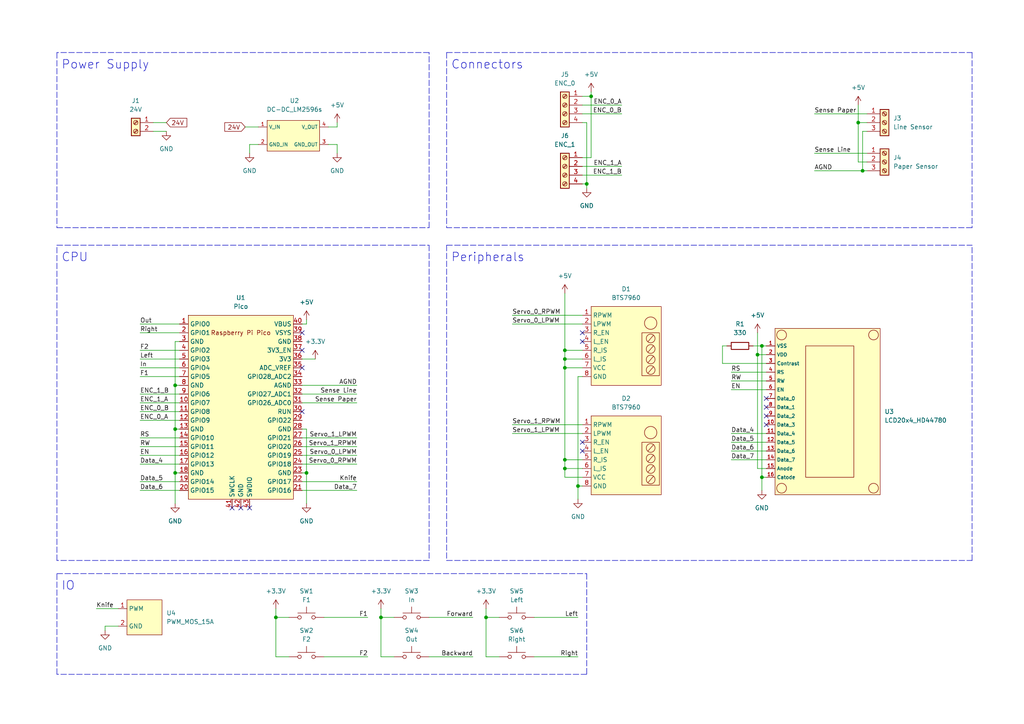
<source format=kicad_sch>
(kicad_sch (version 20211123) (generator eeschema)
  (paper "A4")
  (title_block (title "Sticker Cutter Mainboard") (date "2023-01-26") (rev "V1.0") (company "Ant Tech") (comment 1 "Prototype"))
  (lib_symbols
    (symbol "BTS7960_1"
      (property "Reference" "D" (at 0 12.7 0))
      (property "Value" "BTS7960_1" (at 0 14.605 0))
      (symbol "BTS7960_1_0_1"
        (rectangle (start -10.16 11.43) (end 10.16 -11.43) (fill (type background)))
        (polyline (pts (xy 6.35 -7.874) (xy 7.874 -6.096)))
        (polyline (pts (xy 6.35 -4.826) (xy 7.874 -3.048)))
        (polyline (pts (xy 6.35 -1.778) (xy 7.874 0)))
        (polyline (pts (xy 6.35 1.27) (xy 7.874 3.048)))
        (rectangle (start 4.572 3.81) (end 9.652 -8.636))
        (circle (center 7.112 -6.985) (radius 1.27))
        (circle (center 7.112 -3.937) (radius 1.27))
        (circle (center 7.112 -0.889) (radius 1.27))
        (circle (center 7.112 2.159) (radius 1.27))
        (circle (center 7.112 6.604) (radius 1.7961))
      )
      (symbol "BTS7960_1_1_1"
        (pin input line (at -12.7 8.89 0) (length 2.54) (name "RPWM") (number "1"))
        (pin input line (at -12.7 6.35 0) (length 2.54) (name "LPWM") (number "2"))
        (pin input line (at -12.7 3.81 0) (length 2.54) (name "R_EN") (number "3"))
        (pin input line (at -12.7 1.27 0) (length 2.54) (name "L_EN") (number "4"))
        (pin input line (at -12.7 -1.27 0) (length 2.54) (name "R_IS") (number "5"))
        (pin input line (at -12.7 -3.81 0) (length 2.54) (name "L_IS") (number "6"))
        (pin input line (at -12.7 -6.35 0) (length 2.54) (name "VCC") (number "7"))
        (pin input line (at -12.7 -8.89 0) (length 2.54) (name "GND") (number "8"))
      )
    )
    (symbol "Connector:Screw_Terminal_01x02" (pin_names (offset 1.016) hide)
      (property "Reference" "J" (at 0 2.54 0))
      (property "Value" "Screw_Terminal_01x02" (at 0 -5.08 0))
      (symbol "Screw_Terminal_01x02_1_1"
        (rectangle (start -1.27 1.27) (end 1.27 -3.81) (stroke (width 0.254)) (fill (type background)))
        (circle (center 0 -2.54) (radius 0.635) (stroke (width 0.1524)))
        (polyline (pts (xy -0.5334 -2.2098) (xy 0.3302 -3.048)) (stroke (width 0.1524)))
        (polyline (pts (xy -0.5334 0.3302) (xy 0.3302 -0.508)) (stroke (width 0.1524)))
        (polyline (pts (xy -0.3556 -2.032) (xy 0.508 -2.8702)) (stroke (width 0.1524)))
        (polyline (pts (xy -0.3556 0.508) (xy 0.508 -0.3302)) (stroke (width 0.1524)))
        (circle (center 0 0) (radius 0.635) (stroke (width 0.1524)))
        (pin passive line (at -5.08 0 0) (length 3.81) (name "Pin_1") (number "1"))
        (pin passive line (at -5.08 -2.54 0) (length 3.81) (name "Pin_2") (number "2"))
      )
    )
    (symbol "Connector:Screw_Terminal_01x03" (pin_names (offset 1.016) hide)
      (property "Reference" "J" (at 0 5.08 0))
      (property "Value" "Screw_Terminal_01x03" (at 0 -5.08 0))
      (symbol "Screw_Terminal_01x03_1_1"
        (rectangle (start -1.27 3.81) (end 1.27 -3.81) (stroke (width 0.254)) (fill (type background)))
        (circle (center 0 -2.54) (radius 0.635) (stroke (width 0.1524)))
        (polyline (pts (xy -0.5334 -2.2098) (xy 0.3302 -3.048)) (stroke (width 0.1524)))
        (polyline (pts (xy -0.5334 0.3302) (xy 0.3302 -0.508)) (stroke (width 0.1524)))
        (polyline (pts (xy -0.5334 2.8702) (xy 0.3302 2.032)) (stroke (width 0.1524)))
        (polyline (pts (xy -0.3556 -2.032) (xy 0.508 -2.8702)) (stroke (width 0.1524)))
        (polyline (pts (xy -0.3556 0.508) (xy 0.508 -0.3302)) (stroke (width 0.1524)))
        (polyline (pts (xy -0.3556 3.048) (xy 0.508 2.2098)) (stroke (width 0.1524)))
        (circle (center 0 0) (radius 0.635) (stroke (width 0.1524)))
        (circle (center 0 2.54) (radius 0.635) (stroke (width 0.1524)))
        (pin passive line (at -5.08 2.54 0) (length 3.81) (name "Pin_1") (number "1"))
        (pin passive line (at -5.08 0 0) (length 3.81) (name "Pin_2") (number "2"))
        (pin passive line (at -5.08 -2.54 0) (length 3.81) (name "Pin_3") (number "3"))
      )
    )
    (symbol "Connector:Screw_Terminal_01x04" (pin_names (offset 1.016) hide)
      (property "Reference" "J" (at 0 5.08 0))
      (property "Value" "Screw_Terminal_01x04" (at 0 -7.62 0))
      (symbol "Screw_Terminal_01x04_1_1"
        (rectangle (start -1.27 3.81) (end 1.27 -6.35) (stroke (width 0.254)) (fill (type background)))
        (circle (center 0 -5.08) (radius 0.635) (stroke (width 0.1524)))
        (circle (center 0 -2.54) (radius 0.635) (stroke (width 0.1524)))
        (polyline (pts (xy -0.5334 -4.7498) (xy 0.3302 -5.588)) (stroke (width 0.1524)))
        (polyline (pts (xy -0.5334 -2.2098) (xy 0.3302 -3.048)) (stroke (width 0.1524)))
        (polyline (pts (xy -0.5334 0.3302) (xy 0.3302 -0.508)) (stroke (width 0.1524)))
        (polyline (pts (xy -0.5334 2.8702) (xy 0.3302 2.032)) (stroke (width 0.1524)))
        (polyline (pts (xy -0.3556 -4.572) (xy 0.508 -5.4102)) (stroke (width 0.1524)))
        (polyline (pts (xy -0.3556 -2.032) (xy 0.508 -2.8702)) (stroke (width 0.1524)))
        (polyline (pts (xy -0.3556 0.508) (xy 0.508 -0.3302)) (stroke (width 0.1524)))
        (polyline (pts (xy -0.3556 3.048) (xy 0.508 2.2098)) (stroke (width 0.1524)))
        (circle (center 0 0) (radius 0.635) (stroke (width 0.1524)))
        (circle (center 0 2.54) (radius 0.635) (stroke (width 0.1524)))
        (pin passive line (at -5.08 2.54 0) (length 3.81) (name "Pin_1") (number "1"))
        (pin passive line (at -5.08 0 0) (length 3.81) (name "Pin_2") (number "2"))
        (pin passive line (at -5.08 -2.54 0) (length 3.81) (name "Pin_3") (number "3"))
        (pin passive line (at -5.08 -5.08 0) (length 3.81) (name "Pin_4") (number "4"))
      )
    )
    (symbol "DC-DC:DC-DC_LM2596s"
      (property "Reference" "U" (at 0 7.62 0))
      (property "Value" "DC-DC_LM2596s" (at 0 5.715 0))
      (symbol "DC-DC_LM2596s_0_0"
        (pin bidirectional line (at -10.16 2.54 0) (length 2.54) (name "V_IN") (number "1"))
        (pin bidirectional line (at -10.16 -2.54 0) (length 2.54) (name "GND_IN") (number "2"))
        (pin bidirectional line (at 10.16 -2.54 180) (length 2.54) (name "GND_OUT") (number "3"))
        (pin bidirectional line (at 10.16 2.54 180) (length 2.54) (name "V_OUT") (number "4"))
      )
      (symbol "DC-DC_LM2596s_0_1"
        (rectangle (start -7.62 4.445) (end 7.62 -4.445) (fill (type background)))
      )
    )
    (symbol "Device:R" (pin_numbers hide) (pin_names (offset 0))
      (property "Reference" "R" (at 2.032 0 90))
      (property "Value" "R" (at 0 0 90))
      (symbol "R_0_1"
        (rectangle (start -1.016 -2.54) (end 1.016 2.54) (stroke (width 0.254)))
      )
      (symbol "R_1_1"
        (pin passive line (at 0 3.81 270) (length 1.27) (name "~") (number "1"))
        (pin passive line (at 0 -3.81 90) (length 1.27) (name "~") (number "2"))
      )
    )
    (symbol "HD44780:LCD20x4_HD44780"
      (property "Reference" "U" (at 0 27.94 0))
      (property "Value" "LCD20x4_HD44780" (at 0 25.4 0))
      (symbol "LCD20x4_HD44780_0_0"
        (pin bidirectional line (at -17.78 19.05 0) (length 2.54) (name "VSS") (number "1"))
        (pin bidirectional line (at -17.78 -3.81 0) (length 2.54) (name "Data_3") (number "10"))
        (pin bidirectional line (at -17.78 -6.35 0) (length 2.54) (name "Data_4") (number "11"))
        (pin bidirectional line (at -17.78 -8.89 0) (length 2.54) (name "Data_5") (number "12"))
        (pin bidirectional line (at -17.78 -11.43 0) (length 2.54) (name "Data_6") (number "13"))
        (pin bidirectional line (at -17.78 -13.97 0) (length 2.54) (name "Data_7") (number "14"))
        (pin bidirectional line (at -17.78 -16.51 0) (length 2.54) (name "Anode") (number "15"))
        (pin bidirectional line (at -17.78 -19.05 0) (length 2.54) (name "Catode") (number "16"))
        (pin bidirectional line (at -17.78 16.51 0) (length 2.54) (name "VDD") (number "2"))
        (pin bidirectional line (at -17.78 13.97 0) (length 2.54) (name "Contrast") (number "3"))
        (pin bidirectional line (at -17.78 11.43 0) (length 2.54) (name "RS") (number "4"))
        (pin bidirectional line (at -17.78 8.89 0) (length 2.54) (name "RW") (number "5"))
        (pin bidirectional line (at -17.78 6.35 0) (length 2.54) (name "EN") (number "6"))
        (pin bidirectional line (at -17.78 3.81 0) (length 2.54) (name "Data_0") (number "7"))
        (pin bidirectional line (at -17.78 1.27 0) (length 2.54) (name "Data_1") (number "8"))
        (pin bidirectional line (at -17.78 -1.27 0) (length 2.54) (name "Data_2") (number "9"))
      )
      (symbol "LCD20x4_HD44780_0_1"
        (rectangle (start -15.24 24.13) (end 15.24 -24.13) (fill (type background)))
        (circle (center -13.335 -22.225) (radius 1.4199))
        (circle (center -13.335 22.225) (radius 1.4199))
        (rectangle (start -6.35 19.05) (end 7.62 -19.05))
        (circle (center 13.335 -22.225) (radius 1.4199))
        (circle (center 13.335 22.225) (radius 1.4199))
      )
    )
    (symbol "Handson Tech:BTS7960"
      (property "Reference" "D" (at 0 12.7 0))
      (property "Value" "BTS7960" (at 0 14.605 0))
      (symbol "BTS7960_0_1"
        (rectangle (start -10.16 11.43) (end 10.16 -11.43) (fill (type background)))
        (polyline (pts (xy 6.35 -7.874) (xy 7.874 -6.096)))
        (polyline (pts (xy 6.35 -4.826) (xy 7.874 -3.048)))
        (polyline (pts (xy 6.35 -1.778) (xy 7.874 0)))
        (polyline (pts (xy 6.35 1.27) (xy 7.874 3.048)))
        (rectangle (start 4.572 3.81) (end 9.652 -8.636))
        (circle (center 7.112 -6.985) (radius 1.27))
        (circle (center 7.112 -3.937) (radius 1.27))
        (circle (center 7.112 -0.889) (radius 1.27))
        (circle (center 7.112 2.159) (radius 1.27))
        (circle (center 7.112 6.604) (radius 1.7961))
      )
      (symbol "BTS7960_1_1"
        (pin input line (at -12.7 8.89 0) (length 2.54) (name "RPWM") (number "1"))
        (pin input line (at -12.7 6.35 0) (length 2.54) (name "LPWM") (number "2"))
        (pin input line (at -12.7 3.81 0) (length 2.54) (name "R_EN") (number "3"))
        (pin input line (at -12.7 1.27 0) (length 2.54) (name "L_EN") (number "4"))
        (pin input line (at -12.7 -1.27 0) (length 2.54) (name "R_IS") (number "5"))
        (pin input line (at -12.7 -3.81 0) (length 2.54) (name "L_IS") (number "6"))
        (pin input line (at -12.7 -6.35 0) (length 2.54) (name "VCC") (number "7"))
        (pin input line (at -12.7 -8.89 0) (length 2.54) (name "GND") (number "8"))
      )
    )
    (symbol "MCU_RaspberryPi_and_Boards:Pico"
      (property "Reference" "U" (at -13.97 27.94 0))
      (property "Value" "Pico" (at 0 19.05 0))
      (symbol "Pico_0_0"
        (text "Raspberry Pi Pico" (at 0 21.59 0) (effects (font (size 1.27 1.27))))
      )
      (symbol "Pico_0_1"
        (rectangle (start -15.24 26.67) (end 15.24 -26.67) (fill (type background)))
      )
      (symbol "Pico_1_1"
        (pin bidirectional line (at -17.78 24.13 0) (length 2.54) (name "GPIO0") (number "1"))
        (pin bidirectional line (at -17.78 1.27 0) (length 2.54) (name "GPIO7") (number "10"))
        (pin bidirectional line (at -17.78 -1.27 0) (length 2.54) (name "GPIO8") (number "11"))
        (pin bidirectional line (at -17.78 -3.81 0) (length 2.54) (name "GPIO9") (number "12"))
        (pin power_in line (at -17.78 -6.35 0) (length 2.54) (name "GND") (number "13"))
        (pin bidirectional line (at -17.78 -8.89 0) (length 2.54) (name "GPIO10") (number "14"))
        (pin bidirectional line (at -17.78 -11.43 0) (length 2.54) (name "GPIO11") (number "15"))
        (pin bidirectional line (at -17.78 -13.97 0) (length 2.54) (name "GPIO12") (number "16"))
        (pin bidirectional line (at -17.78 -16.51 0) (length 2.54) (name "GPIO13") (number "17"))
        (pin power_in line (at -17.78 -19.05 0) (length 2.54) (name "GND") (number "18"))
        (pin bidirectional line (at -17.78 -21.59 0) (length 2.54) (name "GPIO14") (number "19"))
        (pin bidirectional line (at -17.78 21.59 0) (length 2.54) (name "GPIO1") (number "2"))
        (pin bidirectional line (at -17.78 -24.13 0) (length 2.54) (name "GPIO15") (number "20"))
        (pin bidirectional line (at 17.78 -24.13 180) (length 2.54) (name "GPIO16") (number "21"))
        (pin bidirectional line (at 17.78 -21.59 180) (length 2.54) (name "GPIO17") (number "22"))
        (pin power_in line (at 17.78 -19.05 180) (length 2.54) (name "GND") (number "23"))
        (pin bidirectional line (at 17.78 -16.51 180) (length 2.54) (name "GPIO18") (number "24"))
        (pin bidirectional line (at 17.78 -13.97 180) (length 2.54) (name "GPIO19") (number "25"))
        (pin bidirectional line (at 17.78 -11.43 180) (length 2.54) (name "GPIO20") (number "26"))
        (pin bidirectional line (at 17.78 -8.89 180) (length 2.54) (name "GPIO21") (number "27"))
        (pin power_in line (at 17.78 -6.35 180) (length 2.54) (name "GND") (number "28"))
        (pin bidirectional line (at 17.78 -3.81 180) (length 2.54) (name "GPIO22") (number "29"))
        (pin power_in line (at -17.78 19.05 0) (length 2.54) (name "GND") (number "3"))
        (pin input line (at 17.78 -1.27 180) (length 2.54) (name "RUN") (number "30"))
        (pin bidirectional line (at 17.78 1.27 180) (length 2.54) (name "GPIO26_ADC0") (number "31"))
        (pin bidirectional line (at 17.78 3.81 180) (length 2.54) (name "GPIO27_ADC1") (number "32"))
        (pin power_in line (at 17.78 6.35 180) (length 2.54) (name "AGND") (number "33"))
        (pin bidirectional line (at 17.78 8.89 180) (length 2.54) (name "GPIO28_ADC2") (number "34"))
        (pin power_in line (at 17.78 11.43 180) (length 2.54) (name "ADC_VREF") (number "35"))
        (pin power_in line (at 17.78 13.97 180) (length 2.54) (name "3V3") (number "36"))
        (pin input line (at 17.78 16.51 180) (length 2.54) (name "3V3_EN") (number "37"))
        (pin bidirectional line (at 17.78 19.05 180) (length 2.54) (name "GND") (number "38"))
        (pin power_in line (at 17.78 21.59 180) (length 2.54) (name "VSYS") (number "39"))
        (pin bidirectional line (at -17.78 16.51 0) (length 2.54) (name "GPIO2") (number "4"))
        (pin power_in line (at 17.78 24.13 180) (length 2.54) (name "VBUS") (number "40"))
        (pin input line (at -2.54 -29.21 90) (length 2.54) (name "SWCLK") (number "41"))
        (pin power_in line (at 0 -29.21 90) (length 2.54) (name "GND") (number "42"))
        (pin bidirectional line (at 2.54 -29.21 90) (length 2.54) (name "SWDIO") (number "43"))
        (pin bidirectional line (at -17.78 13.97 0) (length 2.54) (name "GPIO3") (number "5"))
        (pin bidirectional line (at -17.78 11.43 0) (length 2.54) (name "GPIO4") (number "6"))
        (pin bidirectional line (at -17.78 8.89 0) (length 2.54) (name "GPIO5") (number "7"))
        (pin power_in line (at -17.78 6.35 0) (length 2.54) (name "GND") (number "8"))
        (pin bidirectional line (at -17.78 3.81 0) (length 2.54) (name "GPIO6") (number "9"))
      )
    )
    (symbol "Switch:SW_Push" (pin_numbers hide) (pin_names (offset 1.016) hide)
      (property "Reference" "SW" (at 1.27 2.54 0))
      (property "Value" "SW_Push" (at 0 -1.524 0))
      (symbol "SW_Push_0_1"
        (circle (center -2.032 0) (radius 0.508))
        (polyline (pts (xy 0 1.27) (xy 0 3.048)))
        (polyline (pts (xy 2.54 1.27) (xy -2.54 1.27)))
        (circle (center 2.032 0) (radius 0.508))
        (pin passive line (at -5.08 0 0) (length 2.54) (name "1") (number "1"))
        (pin passive line (at 5.08 0 180) (length 2.54) (name "2") (number "2"))
      )
    )
    (symbol "mos_switch:PWM_MOS_15A"
      (property "Reference" "U" (at 0 8.89 0))
      (property "Value" "PWM_MOS_15A" (at 0 6.35 0))
      (symbol "PWM_MOS_15A_0_1"
        (rectangle (start -5.08 5.08) (end 5.08 -5.08) (fill (type background)))
      )
      (symbol "PWM_MOS_15A_1_1"
        (pin input line (at -7.62 2.54 0) (length 2.54) (name "PWM") (number "1"))
        (pin input line (at -7.62 -2.54 0) (length 2.54) (name "GND") (number "2"))
      )
    )
    (symbol "power:+3.3V" (power) (pin_names (offset 0))
      (property "Value" "+3.3V" (at 0 3.556 0))
      (symbol "+3.3V_0_1"
        (polyline (pts (xy -0.762 1.27) (xy 0 2.54)))
        (polyline (pts (xy 0 0) (xy 0 2.54)))
        (polyline (pts (xy 0 2.54) (xy 0.762 1.27)))
      )
      (symbol "+3.3V_1_1"
        (pin power_in line (at 0 0 90) (length 0) hide (name "+3.3V") (number "1"))
      )
    )
    (symbol "power:+5V" (power) (pin_names (offset 0))
      (property "Value" "+5V" (at 0 3.556 0))
      (symbol "+5V_0_1"
        (polyline (pts (xy -0.762 1.27) (xy 0 2.54)))
        (polyline (pts (xy 0 0) (xy 0 2.54)))
        (polyline (pts (xy 0 2.54) (xy 0.762 1.27)))
      )
      (symbol "+5V_1_1"
        (pin power_in line (at 0 0 90) (length 0) hide (name "+5V") (number "1"))
      )
    )
    (symbol "power:GND" (power) (pin_names (offset 0))
      (property "Value" "GND" (at 0 -3.81 0))
      (symbol "GND_0_1"
        (polyline (pts (xy 0 0) (xy 0 -1.27) (xy 1.27 -1.27) (xy 0 -2.54) (xy -1.27 -1.27) (xy 0 -1.27)))
      )
      (symbol "GND_1_1"
        (pin power_in line (at 0 0 270) (length 0) hide (name "GND") (number "1"))
      )
    )
  )
  (junction (at 163.83 135.89))
  (junction (at 163.83 106.68))
  (junction (at 248.92 35.56))
  (junction (at 80.01 179.07))
  (junction (at 167.64 140.97))
  (junction (at 163.83 101.6))
  (junction (at 220.98 138.43))
  (junction (at 220.98 100.33))
  (junction (at 219.71 102.87))
  (junction (at 170.18 53.34))
  (junction (at 163.83 104.14))
  (junction (at 88.9 137.16))
  (junction (at 163.83 133.35))
  (junction (at 110.49 179.07))
  (junction (at 50.8 137.16))
  (junction (at 50.8 124.46))
  (junction (at 50.8 111.76))
  (junction (at 140.97 179.07))
  (junction (at 171.45 27.94))
  (junction (at 250.19 49.53))
  (no_connect (at 87.63 96.52))
  (no_connect (at 72.39 147.32))
  (no_connect (at 67.31 147.32))
  (no_connect (at 168.91 96.52))
  (no_connect (at 168.91 130.81))
  (no_connect (at 87.63 101.6))
  (no_connect (at 87.63 106.68))
  (no_connect (at 222.25 115.57))
  (no_connect (at 168.91 128.27))
  (no_connect (at 168.91 99.06))
  (no_connect (at 87.63 119.38))
  (no_connect (at 222.25 118.11))
  (no_connect (at 222.25 120.65))
  (no_connect (at 69.85 147.32))
  (no_connect (at 222.25 123.19))
  (wire (pts (xy 30.48 181.61) (xy 34.29 181.61)))
  (wire (pts (xy 163.83 133.35) (xy 163.83 135.89)))
  (wire (pts (xy 40.64 106.68) (xy 52.07 106.68)))
  (wire (pts (xy 140.97 190.5) (xy 144.78 190.5)))
  (wire (pts (xy 168.91 33.02) (xy 180.34 33.02)))
  (wire (pts (xy 40.64 93.98) (xy 52.07 93.98)))
  (polyline (pts (xy 16.51 66.04) (xy 124.46 66.04)))
  (wire (pts (xy 40.64 119.38) (xy 52.07 119.38)))
  (wire (pts (xy 212.09 110.49) (xy 222.25 110.49)))
  (wire (pts (xy 87.63 134.62) (xy 103.505 134.62)))
  (wire (pts (xy 88.9 93.98) (xy 88.9 92.71)))
  (wire (pts (xy 44.45 38.1) (xy 48.26 38.1)))
  (wire (pts (xy 236.22 44.45) (xy 251.46 44.45)))
  (wire (pts (xy 40.64 132.08) (xy 52.07 132.08)))
  (wire (pts (xy 171.45 26.67) (xy 171.45 27.94)))
  (wire (pts (xy 170.18 53.34) (xy 170.18 54.61)))
  (wire (pts (xy 167.64 109.22) (xy 167.64 140.97)))
  (wire (pts (xy 168.91 27.94) (xy 171.45 27.94)))
  (wire (pts (xy 110.49 179.07) (xy 110.49 190.5)))
  (wire (pts (xy 220.98 142.24) (xy 220.98 138.43)))
  (wire (pts (xy 97.79 35.56) (xy 97.79 36.83)))
  (wire (pts (xy 220.98 138.43) (xy 220.98 100.33)))
  (wire (pts (xy 212.09 125.73) (xy 222.25 125.73)))
  (wire (pts (xy 250.19 49.53) (xy 251.46 49.53)))
  (wire (pts (xy 50.8 137.16) (xy 52.07 137.16)))
  (wire (pts (xy 80.01 179.07) (xy 80.01 190.5)))
  (polyline (pts (xy 16.51 195.58) (xy 16.51 166.37)))
  (wire (pts (xy 40.64 134.62) (xy 52.07 134.62)))
  (wire (pts (xy 168.91 50.8) (xy 180.34 50.8)))
  (wire (pts (xy 148.59 123.19) (xy 168.91 123.19)))
  (wire (pts (xy 71.12 36.83) (xy 74.93 36.83)))
  (polyline (pts (xy 124.46 71.12) (xy 124.46 162.56)))
  (polyline (pts (xy 129.54 162.56) (xy 281.94 162.56)))
  (wire (pts (xy 148.59 91.44) (xy 168.91 91.44)))
  (polyline (pts (xy 129.54 15.24) (xy 129.54 66.04)))
  (wire (pts (xy 154.94 190.5) (xy 167.64 190.5)))
  (wire (pts (xy 50.8 137.16) (xy 50.8 146.05)))
  (wire (pts (xy 170.18 53.34) (xy 170.18 35.56)))
  (wire (pts (xy 87.63 137.16) (xy 88.9 137.16)))
  (wire (pts (xy 88.9 124.46) (xy 87.63 124.46)))
  (wire (pts (xy 50.8 124.46) (xy 50.8 137.16)))
  (wire (pts (xy 236.22 33.02) (xy 251.46 33.02)))
  (wire (pts (xy 110.49 176.53) (xy 110.49 179.07)))
  (wire (pts (xy 27.94 176.53) (xy 34.29 176.53)))
  (polyline (pts (xy 170.18 166.37) (xy 170.18 195.58)))
  (wire (pts (xy 168.91 30.48) (xy 180.34 30.48)))
  (wire (pts (xy 167.64 140.97) (xy 167.64 144.78)))
  (wire (pts (xy 250.19 38.1) (xy 251.46 38.1)))
  (wire (pts (xy 40.64 109.22) (xy 52.07 109.22)))
  (wire (pts (xy 219.71 135.89) (xy 222.25 135.89)))
  (polyline (pts (xy 129.54 15.24) (xy 281.94 15.24)))
  (wire (pts (xy 218.44 100.33) (xy 220.98 100.33)))
  (wire (pts (xy 124.46 190.5) (xy 137.16 190.5)))
  (wire (pts (xy 168.91 53.34) (xy 170.18 53.34)))
  (wire (pts (xy 220.98 100.33) (xy 222.25 100.33)))
  (wire (pts (xy 209.55 100.33) (xy 209.55 105.41)))
  (wire (pts (xy 124.46 179.07) (xy 137.16 179.07)))
  (wire (pts (xy 167.64 140.97) (xy 168.91 140.97)))
  (wire (pts (xy 87.63 93.98) (xy 88.9 93.98)))
  (wire (pts (xy 163.83 106.68) (xy 163.83 104.14)))
  (wire (pts (xy 88.9 137.16) (xy 88.9 124.46)))
  (polyline (pts (xy 16.51 162.56) (xy 16.51 71.12)))
  (wire (pts (xy 87.63 132.08) (xy 103.505 132.08)))
  (wire (pts (xy 248.92 46.99) (xy 248.92 35.56)))
  (wire (pts (xy 163.83 106.68) (xy 163.83 133.35)))
  (wire (pts (xy 40.64 116.84) (xy 52.07 116.84)))
  (wire (pts (xy 209.55 105.41) (xy 222.25 105.41)))
  (wire (pts (xy 163.83 133.35) (xy 168.91 133.35)))
  (wire (pts (xy 251.46 35.56) (xy 248.92 35.56)))
  (wire (pts (xy 87.63 114.3) (xy 103.505 114.3)))
  (wire (pts (xy 210.82 100.33) (xy 209.55 100.33)))
  (wire (pts (xy 168.91 48.26) (xy 180.34 48.26)))
  (polyline (pts (xy 124.46 162.56) (xy 16.51 162.56)))
  (polyline (pts (xy 16.51 15.24) (xy 16.51 66.04)))
  (wire (pts (xy 170.18 35.56) (xy 168.91 35.56)))
  (wire (pts (xy 87.63 129.54) (xy 103.505 129.54)))
  (wire (pts (xy 50.8 99.06) (xy 52.07 99.06)))
  (wire (pts (xy 168.91 106.68) (xy 163.83 106.68)))
  (wire (pts (xy 110.49 190.5) (xy 114.3 190.5)))
  (wire (pts (xy 40.64 114.3) (xy 52.07 114.3)))
  (wire (pts (xy 140.97 176.53) (xy 140.97 179.07)))
  (wire (pts (xy 93.98 190.5) (xy 106.68 190.5)))
  (wire (pts (xy 50.8 111.76) (xy 50.8 124.46)))
  (polyline (pts (xy 281.94 15.24) (xy 281.94 66.04)))
  (wire (pts (xy 168.91 45.72) (xy 171.45 45.72)))
  (wire (pts (xy 148.59 125.73) (xy 168.91 125.73)))
  (wire (pts (xy 168.91 109.22) (xy 167.64 109.22)))
  (wire (pts (xy 251.46 46.99) (xy 248.92 46.99)))
  (wire (pts (xy 212.09 130.81) (xy 222.25 130.81)))
  (wire (pts (xy 212.09 133.35) (xy 222.25 133.35)))
  (wire (pts (xy 87.63 104.14) (xy 91.44 104.14)))
  (wire (pts (xy 50.8 111.76) (xy 52.07 111.76)))
  (wire (pts (xy 87.63 116.84) (xy 103.505 116.84)))
  (wire (pts (xy 171.45 45.72) (xy 171.45 27.94)))
  (polyline (pts (xy 16.51 166.37) (xy 170.18 166.37)))
  (wire (pts (xy 219.71 102.87) (xy 219.71 135.89)))
  (wire (pts (xy 236.22 49.53) (xy 250.19 49.53)))
  (wire (pts (xy 40.64 139.7) (xy 52.07 139.7)))
  (wire (pts (xy 93.98 179.07) (xy 106.68 179.07)))
  (polyline (pts (xy 124.46 66.04) (xy 124.46 15.24)))
  (polyline (pts (xy 129.54 71.12) (xy 129.54 162.56)))
  (wire (pts (xy 212.09 128.27) (xy 222.25 128.27)))
  (wire (pts (xy 140.97 179.07) (xy 144.78 179.07)))
  (wire (pts (xy 40.64 104.14) (xy 52.07 104.14)))
  (wire (pts (xy 87.63 111.76) (xy 103.505 111.76)))
  (wire (pts (xy 50.8 124.46) (xy 52.07 124.46)))
  (wire (pts (xy 87.63 127) (xy 103.505 127)))
  (wire (pts (xy 72.39 41.91) (xy 74.93 41.91)))
  (wire (pts (xy 163.83 135.89) (xy 163.83 138.43)))
  (polyline (pts (xy 170.18 195.58) (xy 16.51 195.58)))
  (wire (pts (xy 97.79 41.91) (xy 97.79 44.45)))
  (wire (pts (xy 87.63 139.7) (xy 103.505 139.7)))
  (wire (pts (xy 163.83 104.14) (xy 163.83 101.6)))
  (wire (pts (xy 87.63 142.24) (xy 103.505 142.24)))
  (wire (pts (xy 72.39 44.45) (xy 72.39 41.91)))
  (wire (pts (xy 80.01 176.53) (xy 80.01 179.07)))
  (wire (pts (xy 250.19 38.1) (xy 250.19 49.53)))
  (wire (pts (xy 40.64 129.54) (xy 52.07 129.54)))
  (wire (pts (xy 148.59 93.98) (xy 168.91 93.98)))
  (wire (pts (xy 248.92 35.56) (xy 248.92 30.48)))
  (wire (pts (xy 80.01 190.5) (xy 83.82 190.5)))
  (polyline (pts (xy 124.46 15.24) (xy 16.51 15.24)))
  (polyline (pts (xy 281.94 162.56) (xy 281.94 71.12)))
  (wire (pts (xy 163.83 135.89) (xy 168.91 135.89)))
  (wire (pts (xy 163.83 101.6) (xy 168.91 101.6)))
  (wire (pts (xy 220.98 138.43) (xy 222.25 138.43)))
  (wire (pts (xy 163.83 104.14) (xy 168.91 104.14)))
  (wire (pts (xy 40.64 121.92) (xy 52.07 121.92)))
  (wire (pts (xy 40.64 142.24) (xy 52.07 142.24)))
  (wire (pts (xy 163.83 138.43) (xy 168.91 138.43)))
  (polyline (pts (xy 16.51 71.12) (xy 124.46 71.12)))
  (wire (pts (xy 80.01 179.07) (xy 83.82 179.07)))
  (wire (pts (xy 88.9 146.05) (xy 88.9 137.16)))
  (wire (pts (xy 44.45 35.56) (xy 48.26 35.56)))
  (wire (pts (xy 212.09 113.03) (xy 222.25 113.03)))
  (wire (pts (xy 140.97 179.07) (xy 140.97 190.5)))
  (wire (pts (xy 40.64 96.52) (xy 52.07 96.52)))
  (wire (pts (xy 212.09 107.95) (xy 222.25 107.95)))
  (wire (pts (xy 40.64 127) (xy 52.07 127)))
  (polyline (pts (xy 281.94 66.04) (xy 129.54 66.04)))
  (wire (pts (xy 40.64 101.6) (xy 52.07 101.6)))
  (wire (pts (xy 95.25 41.91) (xy 97.79 41.91)))
  (wire (pts (xy 95.25 36.83) (xy 97.79 36.83)))
  (polyline (pts (xy 129.54 71.12) (xy 281.94 71.12)))
  (wire (pts (xy 154.94 179.07) (xy 167.64 179.07)))
  (wire (pts (xy 219.71 102.87) (xy 219.71 96.52)))
  (wire (pts (xy 163.83 101.6) (xy 163.83 85.09)))
  (wire (pts (xy 50.8 99.06) (xy 50.8 111.76)))
  (wire (pts (xy 110.49 179.07) (xy 114.3 179.07)))
  (wire (pts (xy 30.48 182.88) (xy 30.48 181.61)))
  (wire (pts (xy 222.25 102.87) (xy 219.71 102.87)))
  (text "Power Supply" (at 17.78 20.32 0) (effects (font (size 2.5 2.5)) (justify left bottom)))
  (text "Peripherals" (at 130.81 76.2 0) (effects (font (size 2.5 2.5)) (justify left bottom)))
  (text "Connectors" (at 130.81 20.32 0) (effects (font (size 2.5 2.5)) (justify left bottom)))
  (text "IO" (at 17.78 171.45 0) (effects (font (size 2.5 2.5)) (justify left bottom)))
  (text "CPU" (at 17.78 76.2 0) (effects (font (size 2.5 2.5)) (justify left bottom)))
  (label "AGND" (at 236.22 49.53 0))
  (label "ENC_0_B" (at 180.34 33.02 180))
  (label "EN" (at 212.09 113.03 0))
  (label "Data_4" (at 212.09 125.73 0))
  (label "Forward" (at 137.16 179.07 180))
  (label "RS" (at 212.09 107.95 0))
  (label "Servo_1_RPWM" (at 148.59 123.19 0))
  (label "Left" (at 167.64 179.07 180))
  (label "ENC_1_B" (at 180.34 50.8 180))
  (label "Data_6" (at 40.64 142.24 0))
  (label "ENC_0_B" (at 40.64 119.38 0))
  (label "RW" (at 40.64 129.54 0))
  (label "EN" (at 40.64 132.08 0))
  (label "Sense Line" (at 103.505 114.3 180))
  (label "Servo_1_LPWM" (at 103.505 127 180))
  (label "RS" (at 40.64 127 0))
  (label "F1" (at 40.64 109.22 0))
  (label "ENC_0_A" (at 40.64 121.92 0))
  (label "Servo_0_RPWM" (at 148.59 91.44 0))
  (label "Data_7" (at 212.09 133.35 0))
  (label "Sense Paper" (at 236.22 33.02 0))
  (label "In" (at 40.64 106.68 0))
  (label "Sense Paper" (at 103.505 116.84 180))
  (label "ENC_0_A" (at 180.34 30.48 180))
  (label "Knife" (at 27.94 176.53 0))
  (label "Right" (at 167.64 190.5 180))
  (label "RW" (at 212.09 110.49 0))
  (label "Servo_0_LPWM" (at 148.59 93.98 0))
  (label "Sense Line" (at 236.22 44.45 0))
  (label "Data_5" (at 212.09 128.27 0))
  (label "Knife" (at 103.505 139.7 180))
  (label "ENC_1_A" (at 40.64 116.84 0))
  (label "Servo_1_RPWM" (at 103.505 129.54 180))
  (label "AGND" (at 103.505 111.76 180))
  (label "F2" (at 106.68 190.5 180))
  (label "ENC_1_A" (at 180.34 48.26 180))
  (label "Backward" (at 137.16 190.5 180))
  (label "Left" (at 40.64 104.14 0))
  (label "F2" (at 40.64 101.6 0))
  (label "Data_6" (at 212.09 130.81 0))
  (label "ENC_1_B" (at 40.64 114.3 0))
  (label "F1" (at 106.68 179.07 180))
  (label "Right" (at 40.64 96.52 0))
  (label "Data_5" (at 40.64 139.7 0))
  (label "Servo_0_LPWM" (at 103.505 132.08 180))
  (label "Data_7" (at 103.505 142.24 180))
  (label "Data_4" (at 40.64 134.62 0))
  (label "Servo_0_RPWM" (at 103.505 134.62 180))
  (label "Servo_1_LPWM" (at 148.59 125.73 0))
  (label "Out" (at 40.64 93.98 0))
  (global_label "24V" (shape input) (at 71.12 36.83 180) (property "Intersheet References" "${INTERSHEET_REFS}" (effects hide)))
  (global_label "24V" (shape input) (at 48.26 35.56 0) (property "Intersheet References" "${INTERSHEET_REFS}" (effects hide)))
  (symbol (lib_id "power:+5V") (at 97.79 35.56 0) (unit 1)
    (property "Reference" "#PWR02" (effects hide))
    (property "Value" "+5V" (at 97.79 30.48 0))
  )
  (symbol (lib_id "power:+5V") (at 171.45 26.67 0) (unit 1)
    (property "Reference" "#PWR06" (effects hide))
    (property "Value" "+5V" (at 171.45 21.59 0))
  )
  (symbol (lib_id "Connector:Screw_Terminal_01x04") (at 163.83 30.48 0) (mirror y) (unit 1)
    (property "Reference" "J5" (at 163.83 21.59 0))
    (property "Value" "ENC_0" (at 163.83 24.13 0))
    (property "Footprint" "TerminalBlock_4Ucon:TerminalBlock_4Ucon_1x04_P3.50mm_Horizontal" (effects hide))
  )
  (symbol (lib_id "Connector:Screw_Terminal_01x02") (at 39.37 35.56 0) (mirror y) (unit 1)
    (property "Reference" "J1" (at 39.37 29.21 0))
    (property "Value" "24V" (at 39.37 31.75 0))
    (property "Footprint" "TerminalBlock_4Ucon:TerminalBlock_4Ucon_1x02_P3.50mm_Horizontal" (effects hide))
  )
  (symbol (lib_id "Switch:SW_Push") (at 88.9 179.07 0) (unit 1)
    (property "Reference" "SW1" (at 88.9 171.45 0))
    (property "Value" "F1" (at 88.9 173.99 0))
    (property "Footprint" "Button_Switch_THT:SW_PUSH_6mm" (effects hide))
  )
  (symbol (lib_id "Connector:Screw_Terminal_01x03") (at 256.54 35.56 0) (unit 1)
    (property "Reference" "J3" (at 259.08 34.2899 0) (effects (justify left)))
    (property "Value" "Line Sensor" (at 259.08 36.8299 0) (effects (justify left)))
    (property "Footprint" "TerminalBlock_4Ucon:TerminalBlock_4Ucon_1x03_P3.50mm_Horizontal" (effects hide))
  )
  (symbol (lib_name "BTS7960_1") (lib_id "Handson Tech:BTS7960") (at 181.61 100.33 0) (unit 1)
    (property "Reference" "D1" (at 181.61 83.82 0))
    (property "Value" "BTS7960" (at 181.61 86.36 0))
    (property "Footprint" "Handsontech:BTS7960" (effects hide))
  )
  (symbol (lib_id "power:GND") (at 88.9 146.05 0) (unit 1)
    (property "Reference" "#PWR0110" (effects hide))
    (property "Value" "GND" (at 88.9 151.13 0))
  )
  (symbol (lib_id "power:+5V") (at 248.92 30.48 0) (unit 1)
    (property "Reference" "#PWR0102" (effects hide))
    (property "Value" "+5V" (at 248.92 25.4 0))
  )
  (symbol (lib_id "Switch:SW_Push") (at 149.86 179.07 0) (unit 1)
    (property "Reference" "SW5" (at 149.86 171.45 0))
    (property "Value" "Left" (at 149.86 173.99 0))
    (property "Footprint" "Button_Switch_THT:SW_PUSH_6mm" (effects hide))
  )
  (symbol (lib_id "power:GND") (at 167.64 144.78 0) (unit 1)
    (property "Reference" "#PWR0108" (effects hide))
    (property "Value" "GND" (at 167.64 149.86 0))
  )
  (symbol (lib_id "power:GND") (at 50.8 146.05 0) (unit 1)
    (property "Reference" "#PWR0109" (effects hide))
    (property "Value" "GND" (at 50.8 151.13 0))
  )
  (symbol (lib_id "power:+3.3V") (at 91.44 104.14 0) (unit 1)
    (property "Reference" "#PWR0111" (effects hide))
    (property "Value" "+3.3V" (at 91.44 99.06 0))
  )
  (symbol (lib_id "Switch:SW_Push") (at 119.38 179.07 0) (unit 1)
    (property "Reference" "SW3" (at 119.38 171.45 0))
    (property "Value" "In" (at 119.38 173.99 0))
    (property "Footprint" "Button_Switch_THT:SW_PUSH_6mm" (effects hide))
  )
  (symbol (lib_id "HD44780:LCD20x4_HD44780") (at 240.03 119.38 0) (unit 1)
    (property "Reference" "U3" (at 256.54 119.3799 0) (effects (justify left)))
    (property "Value" "LCD20x4_HD44780" (at 256.54 121.9199 0) (effects (justify left)))
    (property "Footprint" "HD44780:HD44780 2004A" (effects hide))
  )
  (symbol (lib_id "power:GND") (at 48.26 38.1 0) (unit 1)
    (property "Reference" "#PWR01" (effects hide))
    (property "Value" "GND" (at 48.26 43.18 0))
  )
  (symbol (lib_id "power:+5V") (at 88.9 92.71 0) (unit 1)
    (property "Reference" "#PWR010" (effects hide))
    (property "Value" "+5V" (at 88.9 87.63 0))
  )
  (symbol (lib_id "Device:R") (at 214.63 100.33 90) (unit 1)
    (property "Reference" "R1" (at 214.63 93.98 90))
    (property "Value" "330" (at 214.63 96.52 90))
    (property "Footprint" "Resistor_SMD:R_2010_5025Metric" (effects hide))
  )
  (symbol (lib_id "power:+5V") (at 219.71 96.52 0) (unit 1)
    (property "Reference" "#PWR0106" (effects hide))
    (property "Value" "+5V" (at 219.71 91.44 0))
  )
  (symbol (lib_id "Switch:SW_Push") (at 119.38 190.5 0) (unit 1)
    (property "Reference" "SW4" (at 119.38 182.88 0))
    (property "Value" "Out" (at 119.38 185.42 0))
    (property "Footprint" "Button_Switch_THT:SW_PUSH_6mm" (effects hide))
  )
  (symbol (lib_id "Switch:SW_Push") (at 149.86 190.5 0) (unit 1)
    (property "Reference" "SW6" (at 149.86 182.88 0))
    (property "Value" "Right" (at 149.86 185.42 0))
    (property "Footprint" "Button_Switch_THT:SW_PUSH_6mm" (effects hide))
  )
  (symbol (lib_id "mos_switch:PWM_MOS_15A") (at 41.91 179.07 0) (unit 1)
    (property "Reference" "U4" (at 48.26 177.7999 0) (effects (justify left)))
    (property "Value" "PWM_MOS_15A" (at 48.26 180.3399 0) (effects (justify left)))
    (property "Footprint" "MOS_Switches:MOS_PWM_15A" (effects hide))
  )
  (symbol (lib_id "Connector:Screw_Terminal_01x04") (at 163.83 48.26 0) (mirror y) (unit 1)
    (property "Reference" "J6" (at 163.83 39.37 0))
    (property "Value" "ENC_1" (at 163.83 41.91 0))
    (property "Footprint" "TerminalBlock_4Ucon:TerminalBlock_4Ucon_1x04_P3.50mm_Horizontal" (effects hide))
  )
  (symbol (lib_id "Switch:SW_Push") (at 88.9 190.5 0) (unit 1)
    (property "Reference" "SW2" (at 88.9 182.88 0))
    (property "Value" "F2" (at 88.9 185.42 0))
    (property "Footprint" "Button_Switch_THT:SW_PUSH_6mm" (effects hide))
  )
  (symbol (lib_id "DC-DC:DC-DC_LM2596s") (at 85.09 39.37 0) (unit 1)
    (property "Reference" "U2" (at 85.4075 29.21 0))
    (property "Value" "DC-DC_LM2596s" (at 85.4075 31.75 0))
    (property "Footprint" "power_module:LM2596S DC-DC Converter module" (effects hide))
  )
  (symbol (lib_id "power:GND") (at 97.79 44.45 0) (unit 1)
    (property "Reference" "#PWR0104" (effects hide))
    (property "Value" "GND" (at 97.79 49.53 0))
  )
  (symbol (lib_id "power:GND") (at 170.18 54.61 0) (unit 1)
    (property "Reference" "#PWR09" (effects hide))
    (property "Value" "GND" (at 170.18 59.69 0))
  )
  (symbol (lib_id "MCU_RaspberryPi_and_Boards:Pico") (at 69.85 118.11 0) (unit 1)
    (property "Reference" "U1" (at 69.85 86.36 0))
    (property "Value" "Pico" (at 69.85 88.9 0))
    (property "Footprint" "MCU_RaspberryPi_and_Boards:RPi_Pico_SMD_TH" (effects hide))
  )
  (symbol (lib_id "power:+3.3V") (at 80.01 176.53 0) (unit 1)
    (property "Reference" "#PWR04" (effects hide))
    (property "Value" "+3.3V" (at 80.01 171.45 0))
  )
  (symbol (lib_id "power:GND") (at 220.98 142.24 0) (unit 1)
    (property "Reference" "#PWR0105" (effects hide))
    (property "Value" "GND" (at 220.98 147.32 0))
  )
  (symbol (lib_id "power:+3.3V") (at 110.49 176.53 0) (unit 1)
    (property "Reference" "#PWR05" (effects hide))
    (property "Value" "+3.3V" (at 110.49 171.45 0))
  )
  (symbol (lib_id "power:+5V") (at 163.83 85.09 0) (unit 1)
    (property "Reference" "#PWR0107" (effects hide))
    (property "Value" "+5V" (at 163.83 80.01 0))
  )
  (symbol (lib_id "power:+3.3V") (at 140.97 176.53 0) (unit 1)
    (property "Reference" "#PWR07" (effects hide))
    (property "Value" "+3.3V" (at 140.97 171.45 0))
  )
  (symbol (lib_id "power:GND") (at 72.39 44.45 0) (unit 1)
    (property "Reference" "#PWR0103" (effects hide))
    (property "Value" "GND" (at 72.39 49.53 0))
  )
  (symbol (lib_id "power:GND") (at 30.48 182.88 0) (unit 1)
    (property "Reference" "#PWR03" (effects hide))
    (property "Value" "GND" (at 30.48 187.96 0))
  )
  (symbol (lib_id "Handson Tech:BTS7960") (at 181.61 132.08 0) (unit 1)
    (property "Reference" "D2" (at 181.61 115.57 0))
    (property "Value" "BTS7960" (at 181.61 118.11 0))
    (property "Footprint" "Handsontech:BTS7960" (effects hide))
  )
  (symbol (lib_id "Connector:Screw_Terminal_01x03") (at 256.54 46.99 0) (unit 1)
    (property "Reference" "J4" (at 259.08 45.7199 0) (effects (justify left)))
    (property "Value" "Paper Sensor" (at 259.08 48.2599 0) (effects (justify left)))
    (property "Footprint" "TerminalBlock_4Ucon:TerminalBlock_4Ucon_1x03_P3.50mm_Horizontal" (effects hide))
  )
)
</source>
